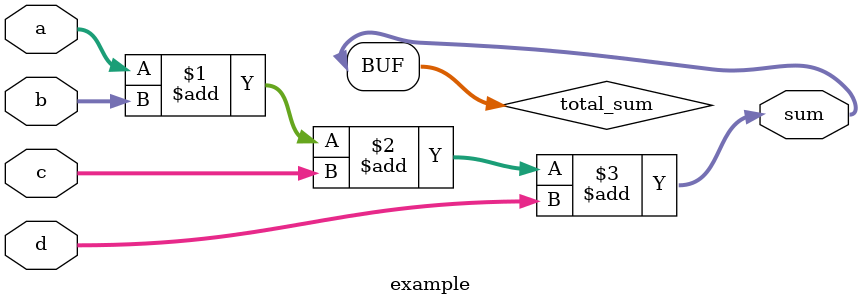
<source format=v>
module example(
    input [7:0] a,
    input [7:0] b,
    input [7:0] c,
    input [7:0] d,
    output [9:0] sum  // Output to accommodate possible overflow
);

    // Directly calculate the sum of all four inputs
    wire [9:0] total_sum;

    // Calculate sum of a, b, c, and d
    assign total_sum = a + b + c + d;

    // Output the final sum, fitting within the maximum output size
    assign sum = total_sum;

endmodule

</source>
